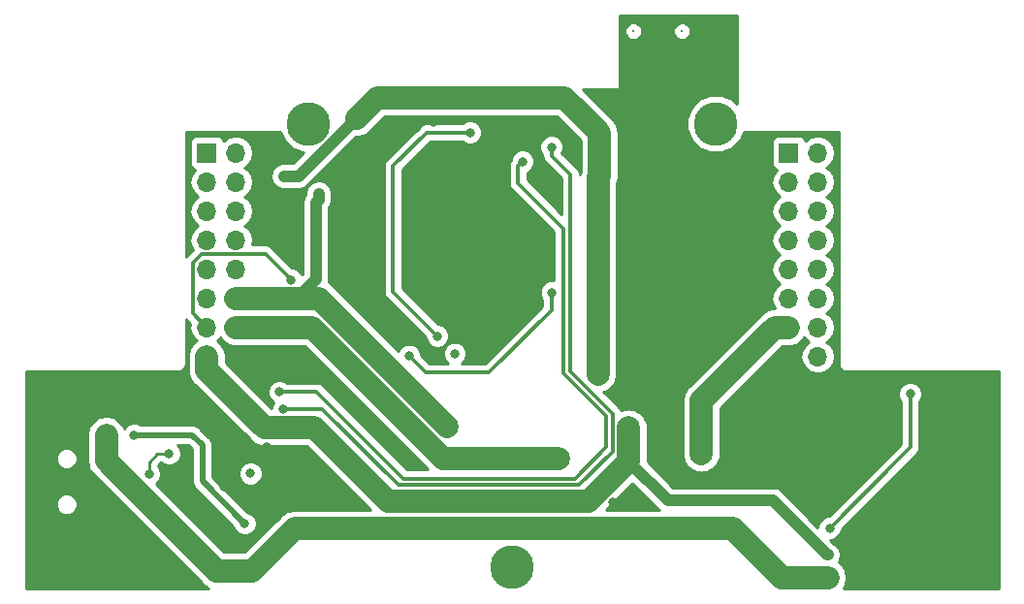
<source format=gbr>
G04 #@! TF.GenerationSoftware,KiCad,Pcbnew,(5.0.2)-1*
G04 #@! TF.CreationDate,2019-10-04T12:36:52+03:00*
G04 #@! TF.ProjectId,esp32d,65737033-3264-42e6-9b69-6361645f7063,rev?*
G04 #@! TF.SameCoordinates,Original*
G04 #@! TF.FileFunction,Copper,L2,Bot*
G04 #@! TF.FilePolarity,Positive*
%FSLAX46Y46*%
G04 Gerber Fmt 4.6, Leading zero omitted, Abs format (unit mm)*
G04 Created by KiCad (PCBNEW (5.0.2)-1) date 04.10.2019 12:36:52*
%MOMM*%
%LPD*%
G01*
G04 APERTURE LIST*
G04 #@! TA.AperFunction,ComponentPad*
%ADD10C,3.800000*%
G04 #@! TD*
G04 #@! TA.AperFunction,ComponentPad*
%ADD11C,0.250000*%
G04 #@! TD*
G04 #@! TA.AperFunction,ComponentPad*
%ADD12R,1.700000X1.700000*%
G04 #@! TD*
G04 #@! TA.AperFunction,ComponentPad*
%ADD13O,1.700000X1.700000*%
G04 #@! TD*
G04 #@! TA.AperFunction,ViaPad*
%ADD14C,0.800000*%
G04 #@! TD*
G04 #@! TA.AperFunction,ViaPad*
%ADD15C,2.000000*%
G04 #@! TD*
G04 #@! TA.AperFunction,Conductor*
%ADD16C,0.310000*%
G04 #@! TD*
G04 #@! TA.AperFunction,Conductor*
%ADD17C,0.254000*%
G04 #@! TD*
G04 #@! TA.AperFunction,Conductor*
%ADD18C,0.508000*%
G04 #@! TD*
G04 #@! TA.AperFunction,Conductor*
%ADD19C,1.000000*%
G04 #@! TD*
G04 #@! TA.AperFunction,Conductor*
%ADD20C,2.000000*%
G04 #@! TD*
G04 #@! TA.AperFunction,Conductor*
%ADD21C,0.250000*%
G04 #@! TD*
G04 APERTURE END LIST*
D10*
G04 #@! TO.P,H1,1*
G04 #@! TO.N,N/C*
X101600000Y-104775000D03*
G04 #@! TD*
G04 #@! TO.P,H2,1*
G04 #@! TO.N,N/C*
X137160000Y-104775000D03*
G04 #@! TD*
G04 #@! TO.P,H3,1*
G04 #@! TO.N,N/C*
X119380000Y-143510000D03*
G04 #@! TD*
D11*
G04 #@! TO.P,SW1,6*
G04 #@! TO.N,N/C*
X129955000Y-96704000D03*
G04 #@! TO.P,SW1,7*
X134205000Y-96704000D03*
G04 #@! TD*
D12*
G04 #@! TO.P,J2,1*
G04 #@! TO.N,VSPI_MOSI*
X143510000Y-107315000D03*
D13*
G04 #@! TO.P,J2,2*
G04 #@! TO.N,I2C_SCL*
X146050000Y-107315000D03*
G04 #@! TO.P,J2,3*
G04 #@! TO.N,IO1*
X143510000Y-109855000D03*
G04 #@! TO.P,J2,4*
G04 #@! TO.N,IO3*
X146050000Y-109855000D03*
G04 #@! TO.P,J2,5*
G04 #@! TO.N,I2C_SDA*
X143510000Y-112395000D03*
G04 #@! TO.P,J2,6*
G04 #@! TO.N,VSPI_MISO*
X146050000Y-112395000D03*
G04 #@! TO.P,J2,7*
G04 #@! TO.N,VSPI_CLK*
X143510000Y-114935000D03*
G04 #@! TO.P,J2,8*
G04 #@! TO.N,IO5*
X146050000Y-114935000D03*
G04 #@! TO.P,J2,9*
G04 #@! TO.N,IO17*
X143510000Y-117475000D03*
G04 #@! TO.P,J2,10*
G04 #@! TO.N,IO16*
X146050000Y-117475000D03*
G04 #@! TO.P,J2,11*
G04 #@! TO.N,IO4*
X143510000Y-120015000D03*
G04 #@! TO.P,J2,12*
G04 #@! TO.N,IO0*
X146050000Y-120015000D03*
G04 #@! TO.P,J2,13*
G04 #@! TO.N,+3.3V*
X143510000Y-122555000D03*
G04 #@! TO.P,J2,14*
G04 #@! TO.N,IO2*
X146050000Y-122555000D03*
G04 #@! TO.P,J2,15*
G04 #@! TO.N,GND*
X143510000Y-125095000D03*
G04 #@! TO.P,J2,16*
G04 #@! TO.N,EN*
X146050000Y-125095000D03*
G04 #@! TD*
D12*
G04 #@! TO.P,J1,1*
G04 #@! TO.N,I39*
X92710000Y-107315000D03*
D13*
G04 #@! TO.P,J1,2*
G04 #@! TO.N,I36*
X95250000Y-107315000D03*
G04 #@! TO.P,J1,3*
G04 #@! TO.N,IO33*
X92710000Y-109855000D03*
G04 #@! TO.P,J1,4*
G04 #@! TO.N,I34*
X95250000Y-109855000D03*
G04 #@! TO.P,J1,5*
G04 #@! TO.N,IO26*
X92710000Y-112395000D03*
G04 #@! TO.P,J1,6*
G04 #@! TO.N,IO32*
X95250000Y-112395000D03*
G04 #@! TO.P,J1,7*
G04 #@! TO.N,HSPI_CLK*
X92710000Y-114935000D03*
G04 #@! TO.P,J1,8*
G04 #@! TO.N,IO25*
X95250000Y-114935000D03*
G04 #@! TO.P,J1,9*
G04 #@! TO.N,HSPI_MOSI*
X92710000Y-117475000D03*
G04 #@! TO.P,J1,10*
G04 #@! TO.N,IO27*
X95250000Y-117475000D03*
G04 #@! TO.P,J1,11*
G04 #@! TO.N,IO15*
X92710000Y-120015000D03*
G04 #@! TO.P,J1,12*
G04 #@! TO.N,VBAT*
X95250000Y-120015000D03*
G04 #@! TO.P,J1,13*
G04 #@! TO.N,HSPI_MISO*
X92710000Y-122555000D03*
G04 #@! TO.P,J1,14*
G04 #@! TO.N,+3.3V*
X95250000Y-122555000D03*
G04 #@! TO.P,J1,15*
G04 #@! TO.N,EXT_5V*
X92710000Y-125095000D03*
G04 #@! TO.P,J1,16*
G04 #@! TO.N,GND*
X95250000Y-125095000D03*
G04 #@! TD*
D14*
G04 #@! TO.N,GND*
X138049000Y-97155000D03*
X111379000Y-110236000D03*
X111379000Y-108585000D03*
X115062000Y-110236000D03*
X113284000Y-110236000D03*
X115062000Y-108585000D03*
X115062000Y-112268000D03*
X108585000Y-120523000D03*
X131318000Y-129032000D03*
X133096000Y-135636000D03*
X154559000Y-137160000D03*
X100076000Y-135128000D03*
X97917000Y-132969000D03*
X99949000Y-133350000D03*
X112839500Y-124892000D03*
X96012000Y-141224000D03*
X130759000Y-100457000D03*
X94234000Y-136499500D03*
X99060000Y-134112000D03*
X128778000Y-103759000D03*
X159893000Y-135890000D03*
X100965000Y-110871000D03*
X146558000Y-129667000D03*
X108585000Y-104648000D03*
X112522000Y-104648000D03*
X108458000Y-107188000D03*
X116840000Y-114173000D03*
X120142000Y-105918000D03*
X111379000Y-112268000D03*
X148082000Y-135128000D03*
X103230872Y-135275128D03*
X128194878Y-137846878D03*
X134363279Y-126104006D03*
X91059000Y-130175000D03*
G04 #@! TO.N,EN*
X112839500Y-123317000D03*
X115697000Y-105537000D03*
G04 #@! TO.N,HSPI_MISO*
X100094669Y-118414990D03*
G04 #@! TO.N,IO0*
X122809000Y-119507000D03*
X110363000Y-125031500D03*
G04 #@! TO.N,IO3*
X120269000Y-108077000D03*
X99036010Y-128192667D03*
G04 #@! TO.N,IO1*
X122800000Y-106807000D03*
X99377500Y-129667000D03*
G04 #@! TO.N,EXT_5V*
X146923000Y-142433000D03*
X96012000Y-139700000D03*
D15*
X129540000Y-131318000D03*
D14*
X86360000Y-131953000D03*
G04 #@! TO.N,+3.3V*
X127000000Y-109347000D03*
X114363500Y-124866500D03*
X105791000Y-104267000D03*
X99441000Y-109347000D03*
X127000000Y-105537000D03*
D15*
X123444000Y-133985000D03*
D14*
X96520000Y-135318500D03*
D15*
X126873000Y-126619000D03*
X135890000Y-133604000D03*
D14*
X113347718Y-133985000D03*
G04 #@! TO.N,VBUS*
X147089000Y-140081000D03*
X154129173Y-128382444D03*
X83928000Y-131953000D03*
X146939000Y-144399000D03*
G04 #@! TO.N,USB_DP*
X89408000Y-133604000D03*
X87656267Y-135375616D03*
G04 #@! TO.N,VBAT*
X102489000Y-110871000D03*
D15*
X113665000Y-131191000D03*
G04 #@! TD*
D16*
G04 #@! TO.N,EN*
X115697000Y-105537000D02*
X111887000Y-105537000D01*
X111887000Y-105537000D02*
X108966000Y-108458000D01*
X108966000Y-119443500D02*
X112839500Y-123317000D01*
X108966000Y-116967000D02*
X108966000Y-119443500D01*
X108966000Y-108458000D02*
X108966000Y-116967000D01*
G04 #@! TO.N,HSPI_MISO*
X92258599Y-116142999D02*
X94361000Y-116142999D01*
X91504999Y-116896599D02*
X92258599Y-116142999D01*
X91504999Y-121349999D02*
X91504999Y-116896599D01*
X92710000Y-122555000D02*
X91504999Y-121349999D01*
X93909599Y-116142999D02*
X94361000Y-116142999D01*
X97822678Y-116142999D02*
X99694670Y-118014991D01*
X94361000Y-116142999D02*
X97822678Y-116142999D01*
X99694670Y-118014991D02*
X100094669Y-118414990D01*
G04 #@! TO.N,IO0*
X122809000Y-121031000D02*
X122809000Y-119507000D01*
X117348000Y-126492000D02*
X122809000Y-121031000D01*
X110363000Y-125031500D02*
X111823500Y-126492000D01*
X111823500Y-126492000D02*
X117348000Y-126492000D01*
G04 #@! TO.N,IO3*
X123825000Y-113919000D02*
X119888000Y-109982000D01*
X119888000Y-109982000D02*
X119888000Y-108458000D01*
X119888000Y-108458000D02*
X120269000Y-108077000D01*
X123825000Y-122047000D02*
X123825000Y-121539000D01*
X123825000Y-121539000D02*
X123825000Y-113919000D01*
X102284667Y-128192667D02*
X109855000Y-135763000D01*
X99036010Y-128192667D02*
X102284667Y-128192667D01*
X124841000Y-135763000D02*
X127571500Y-133032500D01*
X109855000Y-135763000D02*
X124841000Y-135763000D01*
X127571500Y-130302000D02*
X123825000Y-126555500D01*
X127571500Y-133032500D02*
X127571500Y-130302000D01*
X123825000Y-126555500D02*
X123825000Y-121539000D01*
G04 #@! TO.N,IO1*
X122800000Y-107567000D02*
X124206000Y-108973000D01*
X122800000Y-106807000D02*
X122800000Y-107567000D01*
X124460000Y-109227000D02*
X124206000Y-108973000D01*
X124460000Y-122682000D02*
X124460000Y-122301000D01*
X124460000Y-122301000D02*
X124460000Y-121793000D01*
X102743000Y-129667000D02*
X109410500Y-136334500D01*
X99377500Y-129667000D02*
X102743000Y-129667000D01*
X125222000Y-136334500D02*
X128143000Y-133413500D01*
X109410500Y-136334500D02*
X125222000Y-136334500D01*
X128143000Y-130111500D02*
X124460000Y-126428500D01*
X128143000Y-133413500D02*
X128143000Y-130111500D01*
D17*
X124460000Y-126428500D02*
X124460000Y-121793000D01*
D16*
X124460000Y-126428500D02*
X124460000Y-121285000D01*
X124460000Y-121793000D02*
X124460000Y-121285000D01*
X124460000Y-121285000D02*
X124460000Y-109227000D01*
D18*
G04 #@! TO.N,EXT_5V*
X91440000Y-131953000D02*
X86360000Y-131953000D01*
X92312999Y-132825999D02*
X91440000Y-131953000D01*
X96012000Y-139700000D02*
X92312999Y-136000999D01*
X92312999Y-136000999D02*
X92312999Y-132825999D01*
D19*
X146873000Y-142433000D02*
X146923000Y-142433000D01*
X142721999Y-138281999D02*
X146873000Y-142433000D01*
X146873000Y-142433000D02*
X142108000Y-137668000D01*
X129540000Y-134239000D02*
X132969000Y-137668000D01*
X142108000Y-137668000D02*
X132969000Y-137668000D01*
D20*
X92710000Y-125095000D02*
X92710000Y-126297081D01*
X92710000Y-126297081D02*
X97730919Y-131318000D01*
X97730919Y-131318000D02*
X102108000Y-131318000D01*
X102108000Y-131318000D02*
X108521500Y-137731500D01*
X126047500Y-137731500D02*
X129540000Y-134239000D01*
X121920000Y-137731500D02*
X126047500Y-137731500D01*
X108521500Y-137731500D02*
X121920000Y-137731500D01*
X121920000Y-137731500D02*
X123126500Y-137731500D01*
X129540000Y-131318000D02*
X129540000Y-134239000D01*
D19*
G04 #@! TO.N,+3.3V*
X105791000Y-104267000D02*
X100711000Y-109347000D01*
X100711000Y-109347000D02*
X99441000Y-109347000D01*
D20*
X123444000Y-133985000D02*
X123444000Y-133985000D01*
X126873000Y-109474000D02*
X127000000Y-109347000D01*
X126873000Y-126619000D02*
X126873000Y-109474000D01*
X127000000Y-109347000D02*
X127000000Y-105537000D01*
X127000000Y-105537000D02*
X124841000Y-103378000D01*
X105791000Y-104267000D02*
X107569000Y-102489000D01*
X123952000Y-102489000D02*
X127000000Y-105537000D01*
X107569000Y-102489000D02*
X123952000Y-102489000D01*
X113347718Y-133985000D02*
X113347718Y-133985000D01*
X101917718Y-122555000D02*
X113347718Y-133985000D01*
X95250000Y-122555000D02*
X101917718Y-122555000D01*
X114236500Y-133985000D02*
X123444000Y-133985000D01*
X142307919Y-122555000D02*
X143510000Y-122555000D01*
X135890000Y-128972919D02*
X142307919Y-122555000D01*
X135890000Y-133604000D02*
X135890000Y-128972919D01*
X113347718Y-133985000D02*
X114236500Y-133985000D01*
G04 #@! TO.N,VBUS*
X142875000Y-144399000D02*
X146939000Y-144399000D01*
X83928000Y-134203000D02*
X93552500Y-143827500D01*
X83928000Y-131953000D02*
X83928000Y-134203000D01*
X93552500Y-143827500D02*
X96694498Y-143827500D01*
X96694498Y-143827500D02*
X100377498Y-140144500D01*
X100377498Y-140144500D02*
X138620500Y-140144500D01*
X138620500Y-140144500D02*
X142875000Y-144399000D01*
D16*
X154129173Y-133040827D02*
X153162000Y-134008000D01*
X154129173Y-128382444D02*
X154129173Y-133040827D01*
X147089000Y-140081000D02*
X153162000Y-134008000D01*
D17*
G04 #@! TO.N,USB_DP*
X88392000Y-133604000D02*
X89408000Y-133604000D01*
D21*
X87656267Y-134339733D02*
X87656267Y-134809931D01*
X87656267Y-134809931D02*
X87656267Y-135375616D01*
X88392000Y-133604000D02*
X87656267Y-134339733D01*
D19*
G04 #@! TO.N,VBAT*
X102489000Y-111408500D02*
X102235000Y-111662500D01*
X102489000Y-110871000D02*
X102489000Y-111408500D01*
X102235000Y-111662500D02*
X102235000Y-118364000D01*
X100584000Y-120015000D02*
X102235000Y-118364000D01*
X95250000Y-120015000D02*
X100584000Y-120015000D01*
D20*
X102489000Y-120015000D02*
X111252000Y-128778000D01*
X95250000Y-120015000D02*
X102489000Y-120015000D01*
X111252000Y-128778000D02*
X113665000Y-131191000D01*
G04 #@! TD*
D17*
G04 #@! TO.N,GND*
G36*
X138990000Y-103019968D02*
X138595962Y-102625930D01*
X137664243Y-102240000D01*
X136655757Y-102240000D01*
X135724038Y-102625930D01*
X135010930Y-103339038D01*
X134625000Y-104270757D01*
X134625000Y-105279243D01*
X135010930Y-106210962D01*
X135724038Y-106924070D01*
X136655757Y-107310000D01*
X137664243Y-107310000D01*
X138595962Y-106924070D01*
X139309070Y-106210962D01*
X139611318Y-105481269D01*
X139700000Y-105498909D01*
X139769925Y-105485000D01*
X147880001Y-105485000D01*
X147880000Y-125660074D01*
X147866091Y-125730000D01*
X147921195Y-126007028D01*
X148078119Y-126241881D01*
X148312972Y-126398805D01*
X148462260Y-126428500D01*
X148590000Y-126453909D01*
X148659925Y-126440000D01*
X161850001Y-126440000D01*
X161850000Y-145340000D01*
X148276641Y-145340000D01*
X148479136Y-145036945D01*
X148606031Y-144399000D01*
X148479136Y-143761055D01*
X148117769Y-143220231D01*
X147871840Y-143055906D01*
X147992146Y-142875855D01*
X148080235Y-142433000D01*
X147992146Y-141990145D01*
X147741289Y-141614711D01*
X147495837Y-141450705D01*
X147161132Y-141116000D01*
X147294874Y-141116000D01*
X147675280Y-140958431D01*
X147966431Y-140667280D01*
X148124000Y-140286874D01*
X148124000Y-140163228D01*
X153775633Y-134511596D01*
X153775635Y-134511593D01*
X154632770Y-133654459D01*
X154698731Y-133610385D01*
X154778296Y-133491309D01*
X154873337Y-133349070D01*
X154898146Y-133224345D01*
X154919173Y-133118636D01*
X154919173Y-133118633D01*
X154934649Y-133040828D01*
X154919173Y-132963023D01*
X154919173Y-129056155D01*
X155006604Y-128968724D01*
X155164173Y-128588318D01*
X155164173Y-128176570D01*
X155006604Y-127796164D01*
X154715453Y-127505013D01*
X154335047Y-127347444D01*
X153923299Y-127347444D01*
X153542893Y-127505013D01*
X153251742Y-127796164D01*
X153094173Y-128176570D01*
X153094173Y-128588318D01*
X153251742Y-128968724D01*
X153339173Y-129056155D01*
X153339174Y-132713597D01*
X152658407Y-133394365D01*
X152658404Y-133394367D01*
X147006772Y-139046000D01*
X146883126Y-139046000D01*
X146502720Y-139203569D01*
X146211569Y-139494720D01*
X146054000Y-139875126D01*
X146054000Y-140008868D01*
X145622537Y-139577405D01*
X142989613Y-136944482D01*
X142926289Y-136849711D01*
X142550855Y-136598854D01*
X142219783Y-136533000D01*
X142108000Y-136510765D01*
X141996217Y-136533000D01*
X133439132Y-136533000D01*
X131196761Y-134290630D01*
X131207031Y-134239000D01*
X131175000Y-134077970D01*
X131175000Y-130992778D01*
X131112167Y-130841086D01*
X131080136Y-130680055D01*
X130988919Y-130543539D01*
X130926086Y-130391847D01*
X130809985Y-130275746D01*
X130718769Y-130139231D01*
X130582253Y-130048014D01*
X130466153Y-129931914D01*
X130314459Y-129869080D01*
X130177944Y-129777864D01*
X130016915Y-129745833D01*
X129865222Y-129683000D01*
X129701031Y-129683000D01*
X129540000Y-129650969D01*
X129378969Y-129683000D01*
X129214778Y-129683000D01*
X129063086Y-129745833D01*
X128902055Y-129777864D01*
X128880030Y-129792581D01*
X128712558Y-129541942D01*
X128646594Y-129497866D01*
X128121647Y-128972919D01*
X134222969Y-128972919D01*
X134255001Y-129133953D01*
X134255000Y-133278778D01*
X134255000Y-133929222D01*
X134317833Y-134080915D01*
X134349864Y-134241944D01*
X134441080Y-134378459D01*
X134503914Y-134530153D01*
X134620014Y-134646253D01*
X134711231Y-134782769D01*
X134847747Y-134873986D01*
X134963847Y-134990086D01*
X135115539Y-135052919D01*
X135252055Y-135144136D01*
X135413086Y-135176167D01*
X135564778Y-135239000D01*
X135728969Y-135239000D01*
X135890000Y-135271031D01*
X136051031Y-135239000D01*
X136215222Y-135239000D01*
X136366915Y-135176167D01*
X136527944Y-135144136D01*
X136664459Y-135052920D01*
X136816153Y-134990086D01*
X136932253Y-134873986D01*
X137068769Y-134782769D01*
X137159986Y-134646253D01*
X137276086Y-134530153D01*
X137338919Y-134378461D01*
X137430136Y-134241945D01*
X137462167Y-134080914D01*
X137525000Y-133929222D01*
X137525000Y-129650157D01*
X142985158Y-124190000D01*
X143671031Y-124190000D01*
X144147945Y-124095136D01*
X144688769Y-123733769D01*
X144870202Y-123462236D01*
X144979375Y-123625625D01*
X145277761Y-123825000D01*
X144979375Y-124024375D01*
X144651161Y-124515582D01*
X144535908Y-125095000D01*
X144651161Y-125674418D01*
X144979375Y-126165625D01*
X145470582Y-126493839D01*
X145903744Y-126580000D01*
X146196256Y-126580000D01*
X146629418Y-126493839D01*
X147120625Y-126165625D01*
X147448839Y-125674418D01*
X147564092Y-125095000D01*
X147448839Y-124515582D01*
X147120625Y-124024375D01*
X146822239Y-123825000D01*
X147120625Y-123625625D01*
X147448839Y-123134418D01*
X147564092Y-122555000D01*
X147448839Y-121975582D01*
X147120625Y-121484375D01*
X146822239Y-121285000D01*
X147120625Y-121085625D01*
X147448839Y-120594418D01*
X147564092Y-120015000D01*
X147448839Y-119435582D01*
X147120625Y-118944375D01*
X146822239Y-118745000D01*
X147120625Y-118545625D01*
X147448839Y-118054418D01*
X147564092Y-117475000D01*
X147448839Y-116895582D01*
X147120625Y-116404375D01*
X146822239Y-116205000D01*
X147120625Y-116005625D01*
X147448839Y-115514418D01*
X147564092Y-114935000D01*
X147448839Y-114355582D01*
X147120625Y-113864375D01*
X146822239Y-113665000D01*
X147120625Y-113465625D01*
X147448839Y-112974418D01*
X147564092Y-112395000D01*
X147448839Y-111815582D01*
X147120625Y-111324375D01*
X146822239Y-111125000D01*
X147120625Y-110925625D01*
X147448839Y-110434418D01*
X147564092Y-109855000D01*
X147448839Y-109275582D01*
X147120625Y-108784375D01*
X146822239Y-108585000D01*
X147120625Y-108385625D01*
X147448839Y-107894418D01*
X147564092Y-107315000D01*
X147448839Y-106735582D01*
X147120625Y-106244375D01*
X146629418Y-105916161D01*
X146196256Y-105830000D01*
X145903744Y-105830000D01*
X145470582Y-105916161D01*
X144979375Y-106244375D01*
X144967184Y-106262619D01*
X144958157Y-106217235D01*
X144817809Y-106007191D01*
X144607765Y-105866843D01*
X144360000Y-105817560D01*
X142660000Y-105817560D01*
X142412235Y-105866843D01*
X142202191Y-106007191D01*
X142061843Y-106217235D01*
X142012560Y-106465000D01*
X142012560Y-108165000D01*
X142061843Y-108412765D01*
X142202191Y-108622809D01*
X142412235Y-108763157D01*
X142457619Y-108772184D01*
X142439375Y-108784375D01*
X142111161Y-109275582D01*
X141995908Y-109855000D01*
X142111161Y-110434418D01*
X142439375Y-110925625D01*
X142737761Y-111125000D01*
X142439375Y-111324375D01*
X142111161Y-111815582D01*
X141995908Y-112395000D01*
X142111161Y-112974418D01*
X142439375Y-113465625D01*
X142737761Y-113665000D01*
X142439375Y-113864375D01*
X142111161Y-114355582D01*
X141995908Y-114935000D01*
X142111161Y-115514418D01*
X142439375Y-116005625D01*
X142737761Y-116205000D01*
X142439375Y-116404375D01*
X142111161Y-116895582D01*
X141995908Y-117475000D01*
X142111161Y-118054418D01*
X142439375Y-118545625D01*
X142737761Y-118745000D01*
X142439375Y-118944375D01*
X142111161Y-119435582D01*
X141995908Y-120015000D01*
X142111161Y-120594418D01*
X142307377Y-120888077D01*
X142146888Y-120920000D01*
X141669974Y-121014864D01*
X141129150Y-121376231D01*
X141037933Y-121512747D01*
X134847748Y-127702933D01*
X134711232Y-127794150D01*
X134403970Y-128254000D01*
X134349865Y-128334974D01*
X134222969Y-128972919D01*
X128121647Y-128972919D01*
X127342830Y-128194102D01*
X127349915Y-128191167D01*
X127510944Y-128159136D01*
X127647459Y-128067920D01*
X127799153Y-128005086D01*
X127915253Y-127888986D01*
X128051769Y-127797769D01*
X128142986Y-127661253D01*
X128259086Y-127545153D01*
X128321919Y-127393461D01*
X128413136Y-127256945D01*
X128445167Y-127095914D01*
X128508000Y-126944222D01*
X128508000Y-110033040D01*
X128540136Y-109984945D01*
X128635000Y-109508031D01*
X128635000Y-109508030D01*
X128667031Y-109347001D01*
X128635000Y-109185971D01*
X128635000Y-105698030D01*
X128667031Y-105537000D01*
X128626080Y-105331126D01*
X128540136Y-104899055D01*
X128178769Y-104358231D01*
X128042253Y-104267014D01*
X125502238Y-101727000D01*
X128651000Y-101727000D01*
X128699601Y-101717333D01*
X128740803Y-101689803D01*
X128768333Y-101648601D01*
X128778000Y-101600000D01*
X128778000Y-96552827D01*
X129195000Y-96552827D01*
X129195000Y-96855173D01*
X129310703Y-97134505D01*
X129524495Y-97348297D01*
X129803827Y-97464000D01*
X130106173Y-97464000D01*
X130385505Y-97348297D01*
X130599297Y-97134505D01*
X130715000Y-96855173D01*
X130715000Y-96552827D01*
X133445000Y-96552827D01*
X133445000Y-96855173D01*
X133560703Y-97134505D01*
X133774495Y-97348297D01*
X134053827Y-97464000D01*
X134356173Y-97464000D01*
X134635505Y-97348297D01*
X134849297Y-97134505D01*
X134965000Y-96855173D01*
X134965000Y-96552827D01*
X134849297Y-96273495D01*
X134635505Y-96059703D01*
X134356173Y-95944000D01*
X134053827Y-95944000D01*
X133774495Y-96059703D01*
X133560703Y-96273495D01*
X133445000Y-96552827D01*
X130715000Y-96552827D01*
X130599297Y-96273495D01*
X130385505Y-96059703D01*
X130106173Y-95944000D01*
X129803827Y-95944000D01*
X129524495Y-96059703D01*
X129310703Y-96273495D01*
X129195000Y-96552827D01*
X128778000Y-96552827D01*
X128778000Y-95325000D01*
X138990001Y-95325000D01*
X138990000Y-103019968D01*
X138990000Y-103019968D01*
G37*
X138990000Y-103019968D02*
X138595962Y-102625930D01*
X137664243Y-102240000D01*
X136655757Y-102240000D01*
X135724038Y-102625930D01*
X135010930Y-103339038D01*
X134625000Y-104270757D01*
X134625000Y-105279243D01*
X135010930Y-106210962D01*
X135724038Y-106924070D01*
X136655757Y-107310000D01*
X137664243Y-107310000D01*
X138595962Y-106924070D01*
X139309070Y-106210962D01*
X139611318Y-105481269D01*
X139700000Y-105498909D01*
X139769925Y-105485000D01*
X147880001Y-105485000D01*
X147880000Y-125660074D01*
X147866091Y-125730000D01*
X147921195Y-126007028D01*
X148078119Y-126241881D01*
X148312972Y-126398805D01*
X148462260Y-126428500D01*
X148590000Y-126453909D01*
X148659925Y-126440000D01*
X161850001Y-126440000D01*
X161850000Y-145340000D01*
X148276641Y-145340000D01*
X148479136Y-145036945D01*
X148606031Y-144399000D01*
X148479136Y-143761055D01*
X148117769Y-143220231D01*
X147871840Y-143055906D01*
X147992146Y-142875855D01*
X148080235Y-142433000D01*
X147992146Y-141990145D01*
X147741289Y-141614711D01*
X147495837Y-141450705D01*
X147161132Y-141116000D01*
X147294874Y-141116000D01*
X147675280Y-140958431D01*
X147966431Y-140667280D01*
X148124000Y-140286874D01*
X148124000Y-140163228D01*
X153775633Y-134511596D01*
X153775635Y-134511593D01*
X154632770Y-133654459D01*
X154698731Y-133610385D01*
X154778296Y-133491309D01*
X154873337Y-133349070D01*
X154898146Y-133224345D01*
X154919173Y-133118636D01*
X154919173Y-133118633D01*
X154934649Y-133040828D01*
X154919173Y-132963023D01*
X154919173Y-129056155D01*
X155006604Y-128968724D01*
X155164173Y-128588318D01*
X155164173Y-128176570D01*
X155006604Y-127796164D01*
X154715453Y-127505013D01*
X154335047Y-127347444D01*
X153923299Y-127347444D01*
X153542893Y-127505013D01*
X153251742Y-127796164D01*
X153094173Y-128176570D01*
X153094173Y-128588318D01*
X153251742Y-128968724D01*
X153339173Y-129056155D01*
X153339174Y-132713597D01*
X152658407Y-133394365D01*
X152658404Y-133394367D01*
X147006772Y-139046000D01*
X146883126Y-139046000D01*
X146502720Y-139203569D01*
X146211569Y-139494720D01*
X146054000Y-139875126D01*
X146054000Y-140008868D01*
X145622537Y-139577405D01*
X142989613Y-136944482D01*
X142926289Y-136849711D01*
X142550855Y-136598854D01*
X142219783Y-136533000D01*
X142108000Y-136510765D01*
X141996217Y-136533000D01*
X133439132Y-136533000D01*
X131196761Y-134290630D01*
X131207031Y-134239000D01*
X131175000Y-134077970D01*
X131175000Y-130992778D01*
X131112167Y-130841086D01*
X131080136Y-130680055D01*
X130988919Y-130543539D01*
X130926086Y-130391847D01*
X130809985Y-130275746D01*
X130718769Y-130139231D01*
X130582253Y-130048014D01*
X130466153Y-129931914D01*
X130314459Y-129869080D01*
X130177944Y-129777864D01*
X130016915Y-129745833D01*
X129865222Y-129683000D01*
X129701031Y-129683000D01*
X129540000Y-129650969D01*
X129378969Y-129683000D01*
X129214778Y-129683000D01*
X129063086Y-129745833D01*
X128902055Y-129777864D01*
X128880030Y-129792581D01*
X128712558Y-129541942D01*
X128646594Y-129497866D01*
X128121647Y-128972919D01*
X134222969Y-128972919D01*
X134255001Y-129133953D01*
X134255000Y-133278778D01*
X134255000Y-133929222D01*
X134317833Y-134080915D01*
X134349864Y-134241944D01*
X134441080Y-134378459D01*
X134503914Y-134530153D01*
X134620014Y-134646253D01*
X134711231Y-134782769D01*
X134847747Y-134873986D01*
X134963847Y-134990086D01*
X135115539Y-135052919D01*
X135252055Y-135144136D01*
X135413086Y-135176167D01*
X135564778Y-135239000D01*
X135728969Y-135239000D01*
X135890000Y-135271031D01*
X136051031Y-135239000D01*
X136215222Y-135239000D01*
X136366915Y-135176167D01*
X136527944Y-135144136D01*
X136664459Y-135052920D01*
X136816153Y-134990086D01*
X136932253Y-134873986D01*
X137068769Y-134782769D01*
X137159986Y-134646253D01*
X137276086Y-134530153D01*
X137338919Y-134378461D01*
X137430136Y-134241945D01*
X137462167Y-134080914D01*
X137525000Y-133929222D01*
X137525000Y-129650157D01*
X142985158Y-124190000D01*
X143671031Y-124190000D01*
X144147945Y-124095136D01*
X144688769Y-123733769D01*
X144870202Y-123462236D01*
X144979375Y-123625625D01*
X145277761Y-123825000D01*
X144979375Y-124024375D01*
X144651161Y-124515582D01*
X144535908Y-125095000D01*
X144651161Y-125674418D01*
X144979375Y-126165625D01*
X145470582Y-126493839D01*
X145903744Y-126580000D01*
X146196256Y-126580000D01*
X146629418Y-126493839D01*
X147120625Y-126165625D01*
X147448839Y-125674418D01*
X147564092Y-125095000D01*
X147448839Y-124515582D01*
X147120625Y-124024375D01*
X146822239Y-123825000D01*
X147120625Y-123625625D01*
X147448839Y-123134418D01*
X147564092Y-122555000D01*
X147448839Y-121975582D01*
X147120625Y-121484375D01*
X146822239Y-121285000D01*
X147120625Y-121085625D01*
X147448839Y-120594418D01*
X147564092Y-120015000D01*
X147448839Y-119435582D01*
X147120625Y-118944375D01*
X146822239Y-118745000D01*
X147120625Y-118545625D01*
X147448839Y-118054418D01*
X147564092Y-117475000D01*
X147448839Y-116895582D01*
X147120625Y-116404375D01*
X146822239Y-116205000D01*
X147120625Y-116005625D01*
X147448839Y-115514418D01*
X147564092Y-114935000D01*
X147448839Y-114355582D01*
X147120625Y-113864375D01*
X146822239Y-113665000D01*
X147120625Y-113465625D01*
X147448839Y-112974418D01*
X147564092Y-112395000D01*
X147448839Y-111815582D01*
X147120625Y-111324375D01*
X146822239Y-111125000D01*
X147120625Y-110925625D01*
X147448839Y-110434418D01*
X147564092Y-109855000D01*
X147448839Y-109275582D01*
X147120625Y-108784375D01*
X146822239Y-108585000D01*
X147120625Y-108385625D01*
X147448839Y-107894418D01*
X147564092Y-107315000D01*
X147448839Y-106735582D01*
X147120625Y-106244375D01*
X146629418Y-105916161D01*
X146196256Y-105830000D01*
X145903744Y-105830000D01*
X145470582Y-105916161D01*
X144979375Y-106244375D01*
X144967184Y-106262619D01*
X144958157Y-106217235D01*
X144817809Y-106007191D01*
X144607765Y-105866843D01*
X144360000Y-105817560D01*
X142660000Y-105817560D01*
X142412235Y-105866843D01*
X142202191Y-106007191D01*
X142061843Y-106217235D01*
X142012560Y-106465000D01*
X142012560Y-108165000D01*
X142061843Y-108412765D01*
X142202191Y-108622809D01*
X142412235Y-108763157D01*
X142457619Y-108772184D01*
X142439375Y-108784375D01*
X142111161Y-109275582D01*
X141995908Y-109855000D01*
X142111161Y-110434418D01*
X142439375Y-110925625D01*
X142737761Y-111125000D01*
X142439375Y-111324375D01*
X142111161Y-111815582D01*
X141995908Y-112395000D01*
X142111161Y-112974418D01*
X142439375Y-113465625D01*
X142737761Y-113665000D01*
X142439375Y-113864375D01*
X142111161Y-114355582D01*
X141995908Y-114935000D01*
X142111161Y-115514418D01*
X142439375Y-116005625D01*
X142737761Y-116205000D01*
X142439375Y-116404375D01*
X142111161Y-116895582D01*
X141995908Y-117475000D01*
X142111161Y-118054418D01*
X142439375Y-118545625D01*
X142737761Y-118745000D01*
X142439375Y-118944375D01*
X142111161Y-119435582D01*
X141995908Y-120015000D01*
X142111161Y-120594418D01*
X142307377Y-120888077D01*
X142146888Y-120920000D01*
X141669974Y-121014864D01*
X141129150Y-121376231D01*
X141037933Y-121512747D01*
X134847748Y-127702933D01*
X134711232Y-127794150D01*
X134403970Y-128254000D01*
X134349865Y-128334974D01*
X134222969Y-128972919D01*
X128121647Y-128972919D01*
X127342830Y-128194102D01*
X127349915Y-128191167D01*
X127510944Y-128159136D01*
X127647459Y-128067920D01*
X127799153Y-128005086D01*
X127915253Y-127888986D01*
X128051769Y-127797769D01*
X128142986Y-127661253D01*
X128259086Y-127545153D01*
X128321919Y-127393461D01*
X128413136Y-127256945D01*
X128445167Y-127095914D01*
X128508000Y-126944222D01*
X128508000Y-110033040D01*
X128540136Y-109984945D01*
X128635000Y-109508031D01*
X128635000Y-109508030D01*
X128667031Y-109347001D01*
X128635000Y-109185971D01*
X128635000Y-105698030D01*
X128667031Y-105537000D01*
X128626080Y-105331126D01*
X128540136Y-104899055D01*
X128178769Y-104358231D01*
X128042253Y-104267014D01*
X125502238Y-101727000D01*
X128651000Y-101727000D01*
X128699601Y-101717333D01*
X128740803Y-101689803D01*
X128768333Y-101648601D01*
X128778000Y-101600000D01*
X128778000Y-96552827D01*
X129195000Y-96552827D01*
X129195000Y-96855173D01*
X129310703Y-97134505D01*
X129524495Y-97348297D01*
X129803827Y-97464000D01*
X130106173Y-97464000D01*
X130385505Y-97348297D01*
X130599297Y-97134505D01*
X130715000Y-96855173D01*
X130715000Y-96552827D01*
X133445000Y-96552827D01*
X133445000Y-96855173D01*
X133560703Y-97134505D01*
X133774495Y-97348297D01*
X134053827Y-97464000D01*
X134356173Y-97464000D01*
X134635505Y-97348297D01*
X134849297Y-97134505D01*
X134965000Y-96855173D01*
X134965000Y-96552827D01*
X134849297Y-96273495D01*
X134635505Y-96059703D01*
X134356173Y-95944000D01*
X134053827Y-95944000D01*
X133774495Y-96059703D01*
X133560703Y-96273495D01*
X133445000Y-96552827D01*
X130715000Y-96552827D01*
X130599297Y-96273495D01*
X130385505Y-96059703D01*
X130106173Y-95944000D01*
X129803827Y-95944000D01*
X129524495Y-96059703D01*
X129310703Y-96273495D01*
X129195000Y-96552827D01*
X128778000Y-96552827D01*
X128778000Y-95325000D01*
X138990001Y-95325000D01*
X138990000Y-103019968D01*
G36*
X90935441Y-121919557D02*
X91001405Y-121963633D01*
X91261752Y-122223980D01*
X91195908Y-122555000D01*
X91311161Y-123134418D01*
X91639375Y-123625625D01*
X91802764Y-123734798D01*
X91531231Y-123916231D01*
X91169864Y-124457056D01*
X91075000Y-124933970D01*
X91075000Y-126136051D01*
X91042969Y-126297081D01*
X91075000Y-126458111D01*
X91075000Y-126458112D01*
X91169864Y-126935026D01*
X91531232Y-127475850D01*
X91667748Y-127567067D01*
X96460933Y-132360253D01*
X96552150Y-132496769D01*
X96705021Y-132598914D01*
X97092973Y-132858136D01*
X97730919Y-132985031D01*
X97891950Y-132953000D01*
X101430762Y-132953000D01*
X106987261Y-138509500D01*
X100538529Y-138509500D01*
X100377498Y-138477469D01*
X99739552Y-138604364D01*
X99335244Y-138874514D01*
X99335243Y-138874515D01*
X99198729Y-138965731D01*
X99107514Y-139102245D01*
X96017260Y-142192500D01*
X94229739Y-142192500D01*
X88266416Y-136229178D01*
X88533698Y-135961896D01*
X88691267Y-135581490D01*
X88691267Y-135169742D01*
X88533698Y-134789336D01*
X88416267Y-134671905D01*
X88416267Y-134654534D01*
X88704802Y-134366000D01*
X88706289Y-134366000D01*
X88821720Y-134481431D01*
X89202126Y-134639000D01*
X89613874Y-134639000D01*
X89994280Y-134481431D01*
X90285431Y-134190280D01*
X90443000Y-133809874D01*
X90443000Y-133398126D01*
X90285431Y-133017720D01*
X90109711Y-132842000D01*
X91071765Y-132842000D01*
X91424000Y-133194236D01*
X91423999Y-135913444D01*
X91406583Y-136000999D01*
X91423999Y-136088554D01*
X91475580Y-136347868D01*
X91672066Y-136641932D01*
X91746295Y-136691530D01*
X94988570Y-139933805D01*
X95134569Y-140286280D01*
X95425720Y-140577431D01*
X95806126Y-140735000D01*
X96217874Y-140735000D01*
X96598280Y-140577431D01*
X96889431Y-140286280D01*
X97047000Y-139905874D01*
X97047000Y-139494126D01*
X96889431Y-139113720D01*
X96598280Y-138822569D01*
X96245805Y-138676570D01*
X93201999Y-135632764D01*
X93201999Y-135112626D01*
X95485000Y-135112626D01*
X95485000Y-135524374D01*
X95642569Y-135904780D01*
X95933720Y-136195931D01*
X96314126Y-136353500D01*
X96725874Y-136353500D01*
X97106280Y-136195931D01*
X97397431Y-135904780D01*
X97555000Y-135524374D01*
X97555000Y-135112626D01*
X97397431Y-134732220D01*
X97106280Y-134441069D01*
X96725874Y-134283500D01*
X96314126Y-134283500D01*
X95933720Y-134441069D01*
X95642569Y-134732220D01*
X95485000Y-135112626D01*
X93201999Y-135112626D01*
X93201999Y-132913553D01*
X93219415Y-132825998D01*
X93194126Y-132698865D01*
X93150418Y-132479129D01*
X92953932Y-132185066D01*
X92879705Y-132135470D01*
X92130531Y-131386296D01*
X92080933Y-131312067D01*
X91786870Y-131115581D01*
X91527556Y-131064000D01*
X91527555Y-131064000D01*
X91440000Y-131046584D01*
X91352445Y-131064000D01*
X86918350Y-131064000D01*
X86565874Y-130918000D01*
X86154126Y-130918000D01*
X85773720Y-131075569D01*
X85482569Y-131366720D01*
X85479761Y-131373499D01*
X85468136Y-131315055D01*
X85106769Y-130774231D01*
X84565944Y-130412864D01*
X83928000Y-130285969D01*
X83290055Y-130412864D01*
X82749231Y-130774231D01*
X82387864Y-131315056D01*
X82293000Y-131791970D01*
X82293001Y-134041966D01*
X82260969Y-134203000D01*
X82356220Y-134681854D01*
X82387865Y-134840945D01*
X82749232Y-135381769D01*
X82885748Y-135472986D01*
X92282514Y-144869753D01*
X92373731Y-145006269D01*
X92873195Y-145340000D01*
X76910000Y-145340000D01*
X76910000Y-137831017D01*
X79525500Y-137831017D01*
X79525500Y-138202983D01*
X79667845Y-138546635D01*
X79930865Y-138809655D01*
X80274517Y-138952000D01*
X80646483Y-138952000D01*
X80990135Y-138809655D01*
X81253155Y-138546635D01*
X81395500Y-138202983D01*
X81395500Y-137831017D01*
X81253155Y-137487365D01*
X80990135Y-137224345D01*
X80646483Y-137082000D01*
X80274517Y-137082000D01*
X79930865Y-137224345D01*
X79667845Y-137487365D01*
X79525500Y-137831017D01*
X76910000Y-137831017D01*
X76910000Y-133831017D01*
X79525500Y-133831017D01*
X79525500Y-134202983D01*
X79667845Y-134546635D01*
X79930865Y-134809655D01*
X80274517Y-134952000D01*
X80646483Y-134952000D01*
X80990135Y-134809655D01*
X81253155Y-134546635D01*
X81395500Y-134202983D01*
X81395500Y-133831017D01*
X81253155Y-133487365D01*
X80990135Y-133224345D01*
X80646483Y-133082000D01*
X80274517Y-133082000D01*
X79930865Y-133224345D01*
X79667845Y-133487365D01*
X79525500Y-133831017D01*
X76910000Y-133831017D01*
X76910000Y-126440000D01*
X90100074Y-126440000D01*
X90170000Y-126453909D01*
X90239925Y-126440000D01*
X90239926Y-126440000D01*
X90447028Y-126398805D01*
X90681881Y-126241881D01*
X90838805Y-126007028D01*
X90893909Y-125730000D01*
X90880000Y-125660074D01*
X90880000Y-121836584D01*
X90935441Y-121919557D01*
X90935441Y-121919557D01*
G37*
X90935441Y-121919557D02*
X91001405Y-121963633D01*
X91261752Y-122223980D01*
X91195908Y-122555000D01*
X91311161Y-123134418D01*
X91639375Y-123625625D01*
X91802764Y-123734798D01*
X91531231Y-123916231D01*
X91169864Y-124457056D01*
X91075000Y-124933970D01*
X91075000Y-126136051D01*
X91042969Y-126297081D01*
X91075000Y-126458111D01*
X91075000Y-126458112D01*
X91169864Y-126935026D01*
X91531232Y-127475850D01*
X91667748Y-127567067D01*
X96460933Y-132360253D01*
X96552150Y-132496769D01*
X96705021Y-132598914D01*
X97092973Y-132858136D01*
X97730919Y-132985031D01*
X97891950Y-132953000D01*
X101430762Y-132953000D01*
X106987261Y-138509500D01*
X100538529Y-138509500D01*
X100377498Y-138477469D01*
X99739552Y-138604364D01*
X99335244Y-138874514D01*
X99335243Y-138874515D01*
X99198729Y-138965731D01*
X99107514Y-139102245D01*
X96017260Y-142192500D01*
X94229739Y-142192500D01*
X88266416Y-136229178D01*
X88533698Y-135961896D01*
X88691267Y-135581490D01*
X88691267Y-135169742D01*
X88533698Y-134789336D01*
X88416267Y-134671905D01*
X88416267Y-134654534D01*
X88704802Y-134366000D01*
X88706289Y-134366000D01*
X88821720Y-134481431D01*
X89202126Y-134639000D01*
X89613874Y-134639000D01*
X89994280Y-134481431D01*
X90285431Y-134190280D01*
X90443000Y-133809874D01*
X90443000Y-133398126D01*
X90285431Y-133017720D01*
X90109711Y-132842000D01*
X91071765Y-132842000D01*
X91424000Y-133194236D01*
X91423999Y-135913444D01*
X91406583Y-136000999D01*
X91423999Y-136088554D01*
X91475580Y-136347868D01*
X91672066Y-136641932D01*
X91746295Y-136691530D01*
X94988570Y-139933805D01*
X95134569Y-140286280D01*
X95425720Y-140577431D01*
X95806126Y-140735000D01*
X96217874Y-140735000D01*
X96598280Y-140577431D01*
X96889431Y-140286280D01*
X97047000Y-139905874D01*
X97047000Y-139494126D01*
X96889431Y-139113720D01*
X96598280Y-138822569D01*
X96245805Y-138676570D01*
X93201999Y-135632764D01*
X93201999Y-135112626D01*
X95485000Y-135112626D01*
X95485000Y-135524374D01*
X95642569Y-135904780D01*
X95933720Y-136195931D01*
X96314126Y-136353500D01*
X96725874Y-136353500D01*
X97106280Y-136195931D01*
X97397431Y-135904780D01*
X97555000Y-135524374D01*
X97555000Y-135112626D01*
X97397431Y-134732220D01*
X97106280Y-134441069D01*
X96725874Y-134283500D01*
X96314126Y-134283500D01*
X95933720Y-134441069D01*
X95642569Y-134732220D01*
X95485000Y-135112626D01*
X93201999Y-135112626D01*
X93201999Y-132913553D01*
X93219415Y-132825998D01*
X93194126Y-132698865D01*
X93150418Y-132479129D01*
X92953932Y-132185066D01*
X92879705Y-132135470D01*
X92130531Y-131386296D01*
X92080933Y-131312067D01*
X91786870Y-131115581D01*
X91527556Y-131064000D01*
X91527555Y-131064000D01*
X91440000Y-131046584D01*
X91352445Y-131064000D01*
X86918350Y-131064000D01*
X86565874Y-130918000D01*
X86154126Y-130918000D01*
X85773720Y-131075569D01*
X85482569Y-131366720D01*
X85479761Y-131373499D01*
X85468136Y-131315055D01*
X85106769Y-130774231D01*
X84565944Y-130412864D01*
X83928000Y-130285969D01*
X83290055Y-130412864D01*
X82749231Y-130774231D01*
X82387864Y-131315056D01*
X82293000Y-131791970D01*
X82293001Y-134041966D01*
X82260969Y-134203000D01*
X82356220Y-134681854D01*
X82387865Y-134840945D01*
X82749232Y-135381769D01*
X82885748Y-135472986D01*
X92282514Y-144869753D01*
X92373731Y-145006269D01*
X92873195Y-145340000D01*
X76910000Y-145340000D01*
X76910000Y-137831017D01*
X79525500Y-137831017D01*
X79525500Y-138202983D01*
X79667845Y-138546635D01*
X79930865Y-138809655D01*
X80274517Y-138952000D01*
X80646483Y-138952000D01*
X80990135Y-138809655D01*
X81253155Y-138546635D01*
X81395500Y-138202983D01*
X81395500Y-137831017D01*
X81253155Y-137487365D01*
X80990135Y-137224345D01*
X80646483Y-137082000D01*
X80274517Y-137082000D01*
X79930865Y-137224345D01*
X79667845Y-137487365D01*
X79525500Y-137831017D01*
X76910000Y-137831017D01*
X76910000Y-133831017D01*
X79525500Y-133831017D01*
X79525500Y-134202983D01*
X79667845Y-134546635D01*
X79930865Y-134809655D01*
X80274517Y-134952000D01*
X80646483Y-134952000D01*
X80990135Y-134809655D01*
X81253155Y-134546635D01*
X81395500Y-134202983D01*
X81395500Y-133831017D01*
X81253155Y-133487365D01*
X80990135Y-133224345D01*
X80646483Y-133082000D01*
X80274517Y-133082000D01*
X79930865Y-133224345D01*
X79667845Y-133487365D01*
X79525500Y-133831017D01*
X76910000Y-133831017D01*
X76910000Y-126440000D01*
X90100074Y-126440000D01*
X90170000Y-126453909D01*
X90239925Y-126440000D01*
X90239926Y-126440000D01*
X90447028Y-126398805D01*
X90681881Y-126241881D01*
X90838805Y-126007028D01*
X90893909Y-125730000D01*
X90880000Y-125660074D01*
X90880000Y-121836584D01*
X90935441Y-121919557D01*
G36*
X132087389Y-138391521D02*
X132150711Y-138486289D01*
X132185449Y-138509500D01*
X127581738Y-138509500D01*
X129893554Y-136197685D01*
X132087389Y-138391521D01*
X132087389Y-138391521D01*
G37*
X132087389Y-138391521D02*
X132150711Y-138486289D01*
X132185449Y-138509500D01*
X127581738Y-138509500D01*
X129893554Y-136197685D01*
X132087389Y-138391521D01*
G36*
X94071231Y-123733769D02*
X94612055Y-124095136D01*
X95088969Y-124190000D01*
X101240480Y-124190000D01*
X112023479Y-134973000D01*
X110182228Y-134973000D01*
X102898301Y-127689073D01*
X102854225Y-127623109D01*
X102592910Y-127448503D01*
X102362476Y-127402667D01*
X102362472Y-127402667D01*
X102284667Y-127387191D01*
X102206862Y-127402667D01*
X99709721Y-127402667D01*
X99622290Y-127315236D01*
X99241884Y-127157667D01*
X98830136Y-127157667D01*
X98449730Y-127315236D01*
X98158579Y-127606387D01*
X98001010Y-127986793D01*
X98001010Y-128398541D01*
X98158579Y-128778947D01*
X98449730Y-129070098D01*
X98496452Y-129089451D01*
X98342500Y-129461126D01*
X98342500Y-129617342D01*
X94345000Y-125619843D01*
X94345000Y-124933969D01*
X94250136Y-124457055D01*
X93888769Y-123916231D01*
X93617235Y-123734798D01*
X93780625Y-123625625D01*
X93889798Y-123462236D01*
X94071231Y-123733769D01*
X94071231Y-123733769D01*
G37*
X94071231Y-123733769D02*
X94612055Y-124095136D01*
X95088969Y-124190000D01*
X101240480Y-124190000D01*
X112023479Y-134973000D01*
X110182228Y-134973000D01*
X102898301Y-127689073D01*
X102854225Y-127623109D01*
X102592910Y-127448503D01*
X102362476Y-127402667D01*
X102362472Y-127402667D01*
X102284667Y-127387191D01*
X102206862Y-127402667D01*
X99709721Y-127402667D01*
X99622290Y-127315236D01*
X99241884Y-127157667D01*
X98830136Y-127157667D01*
X98449730Y-127315236D01*
X98158579Y-127606387D01*
X98001010Y-127986793D01*
X98001010Y-128398541D01*
X98158579Y-128778947D01*
X98449730Y-129070098D01*
X98496452Y-129089451D01*
X98342500Y-129461126D01*
X98342500Y-129617342D01*
X94345000Y-125619843D01*
X94345000Y-124933969D01*
X94250136Y-124457055D01*
X93888769Y-123916231D01*
X93617235Y-123734798D01*
X93780625Y-123625625D01*
X93889798Y-123462236D01*
X94071231Y-123733769D01*
G36*
X124893635Y-105742874D02*
X125365001Y-106214240D01*
X125365000Y-108787961D01*
X125332865Y-108836055D01*
X125260288Y-109200919D01*
X125250000Y-109149196D01*
X125250000Y-109149191D01*
X125204164Y-108918757D01*
X125029558Y-108657442D01*
X124963594Y-108613366D01*
X124819635Y-108469407D01*
X124819633Y-108469404D01*
X123696785Y-107346556D01*
X123835000Y-107012874D01*
X123835000Y-106601126D01*
X123677431Y-106220720D01*
X123386280Y-105929569D01*
X123005874Y-105772000D01*
X122594126Y-105772000D01*
X122213720Y-105929569D01*
X121922569Y-106220720D01*
X121765000Y-106601126D01*
X121765000Y-107012874D01*
X121922569Y-107393280D01*
X122010000Y-107480711D01*
X122010000Y-107489195D01*
X121994524Y-107567000D01*
X122010000Y-107644805D01*
X122010000Y-107644809D01*
X122023731Y-107713836D01*
X122055836Y-107875242D01*
X122186367Y-108070595D01*
X122186369Y-108070597D01*
X122230443Y-108136558D01*
X122296404Y-108180632D01*
X123670001Y-109554230D01*
X123670001Y-112646773D01*
X120678000Y-109654772D01*
X120678000Y-109027863D01*
X120855280Y-108954431D01*
X121146431Y-108663280D01*
X121304000Y-108282874D01*
X121304000Y-107871126D01*
X121146431Y-107490720D01*
X120855280Y-107199569D01*
X120474874Y-107042000D01*
X120063126Y-107042000D01*
X119682720Y-107199569D01*
X119391569Y-107490720D01*
X119234000Y-107871126D01*
X119234000Y-108014818D01*
X119143836Y-108149758D01*
X119082524Y-108458000D01*
X119098001Y-108535809D01*
X119098000Y-109904195D01*
X119082524Y-109982000D01*
X119098000Y-110059805D01*
X119098000Y-110059808D01*
X119143836Y-110290242D01*
X119318442Y-110551558D01*
X119384406Y-110595634D01*
X123035001Y-114246229D01*
X123035000Y-118480337D01*
X123014874Y-118472000D01*
X122603126Y-118472000D01*
X122222720Y-118629569D01*
X121931569Y-118920720D01*
X121774000Y-119301126D01*
X121774000Y-119712874D01*
X121931569Y-120093280D01*
X122019001Y-120180712D01*
X122019000Y-120703771D01*
X117020772Y-125702000D01*
X114991711Y-125702000D01*
X115240931Y-125452780D01*
X115398500Y-125072374D01*
X115398500Y-124660626D01*
X115240931Y-124280220D01*
X114949780Y-123989069D01*
X114569374Y-123831500D01*
X114157626Y-123831500D01*
X113777220Y-123989069D01*
X113486069Y-124280220D01*
X113328500Y-124660626D01*
X113328500Y-125072374D01*
X113486069Y-125452780D01*
X113735289Y-125702000D01*
X112150729Y-125702000D01*
X111398000Y-124949272D01*
X111398000Y-124825626D01*
X111240431Y-124445220D01*
X110949280Y-124154069D01*
X110568874Y-123996500D01*
X110157126Y-123996500D01*
X109776720Y-124154069D01*
X109485569Y-124445220D01*
X109411142Y-124624903D01*
X103758988Y-118972750D01*
X103667769Y-118836231D01*
X103341647Y-118618323D01*
X103370000Y-118475783D01*
X103392235Y-118364000D01*
X103370000Y-118252217D01*
X103370000Y-112132935D01*
X103558146Y-111851354D01*
X103624000Y-111520282D01*
X103646235Y-111408501D01*
X103624000Y-111296719D01*
X103624000Y-110759217D01*
X103558146Y-110428145D01*
X103307289Y-110052711D01*
X102931854Y-109801854D01*
X102489000Y-109713765D01*
X102046145Y-109801854D01*
X101670711Y-110052711D01*
X101419854Y-110428146D01*
X101354000Y-110759218D01*
X101354000Y-110938065D01*
X101218383Y-111141031D01*
X101165854Y-111219646D01*
X101077765Y-111662500D01*
X101100000Y-111774283D01*
X101100001Y-117893867D01*
X101028645Y-117965222D01*
X100972100Y-117828710D01*
X100680949Y-117537559D01*
X100300543Y-117379990D01*
X100176898Y-117379990D01*
X98436312Y-115639405D01*
X98392236Y-115573441D01*
X98130921Y-115398835D01*
X97900487Y-115352999D01*
X97900483Y-115352999D01*
X97822678Y-115337523D01*
X97744873Y-115352999D01*
X96680947Y-115352999D01*
X96764092Y-114935000D01*
X96648839Y-114355582D01*
X96320625Y-113864375D01*
X96022239Y-113665000D01*
X96320625Y-113465625D01*
X96648839Y-112974418D01*
X96764092Y-112395000D01*
X96648839Y-111815582D01*
X96320625Y-111324375D01*
X96022239Y-111125000D01*
X96320625Y-110925625D01*
X96648839Y-110434418D01*
X96764092Y-109855000D01*
X96648839Y-109275582D01*
X96320625Y-108784375D01*
X96022239Y-108585000D01*
X96320625Y-108385625D01*
X96648839Y-107894418D01*
X96764092Y-107315000D01*
X96648839Y-106735582D01*
X96320625Y-106244375D01*
X95829418Y-105916161D01*
X95396256Y-105830000D01*
X95103744Y-105830000D01*
X94670582Y-105916161D01*
X94179375Y-106244375D01*
X94167184Y-106262619D01*
X94158157Y-106217235D01*
X94017809Y-106007191D01*
X93807765Y-105866843D01*
X93560000Y-105817560D01*
X91860000Y-105817560D01*
X91612235Y-105866843D01*
X91402191Y-106007191D01*
X91261843Y-106217235D01*
X91212560Y-106465000D01*
X91212560Y-108165000D01*
X91261843Y-108412765D01*
X91402191Y-108622809D01*
X91612235Y-108763157D01*
X91657619Y-108772184D01*
X91639375Y-108784375D01*
X91311161Y-109275582D01*
X91195908Y-109855000D01*
X91311161Y-110434418D01*
X91639375Y-110925625D01*
X91937761Y-111125000D01*
X91639375Y-111324375D01*
X91311161Y-111815582D01*
X91195908Y-112395000D01*
X91311161Y-112974418D01*
X91639375Y-113465625D01*
X91937761Y-113665000D01*
X91639375Y-113864375D01*
X91311161Y-114355582D01*
X91195908Y-114935000D01*
X91311161Y-115514418D01*
X91494927Y-115789443D01*
X91001402Y-116282967D01*
X90935442Y-116327041D01*
X90891368Y-116393002D01*
X90891366Y-116393004D01*
X90880000Y-116410014D01*
X90880000Y-105485000D01*
X98990074Y-105485000D01*
X99060000Y-105498909D01*
X99129925Y-105485000D01*
X99129926Y-105485000D01*
X99148682Y-105481269D01*
X99450930Y-106210962D01*
X100164038Y-106924070D01*
X101095757Y-107310000D01*
X101142869Y-107310000D01*
X100240869Y-108212000D01*
X99329217Y-108212000D01*
X98998145Y-108277854D01*
X98622711Y-108528711D01*
X98371854Y-108904145D01*
X98283765Y-109347000D01*
X98371854Y-109789855D01*
X98622711Y-110165289D01*
X98998145Y-110416146D01*
X99329217Y-110482000D01*
X100599217Y-110482000D01*
X100711000Y-110504235D01*
X100822783Y-110482000D01*
X101153855Y-110416146D01*
X101529289Y-110165289D01*
X101592613Y-110070518D01*
X103205131Y-108458000D01*
X108160524Y-108458000D01*
X108176000Y-108535805D01*
X108176001Y-116889187D01*
X108176000Y-116889192D01*
X108176001Y-119365691D01*
X108160524Y-119443500D01*
X108221836Y-119751742D01*
X108352367Y-119947095D01*
X108352369Y-119947097D01*
X108396443Y-120013058D01*
X108462404Y-120057132D01*
X111804500Y-123399229D01*
X111804500Y-123522874D01*
X111962069Y-123903280D01*
X112253220Y-124194431D01*
X112633626Y-124352000D01*
X113045374Y-124352000D01*
X113425780Y-124194431D01*
X113716931Y-123903280D01*
X113874500Y-123522874D01*
X113874500Y-123111126D01*
X113716931Y-122730720D01*
X113425780Y-122439569D01*
X113045374Y-122282000D01*
X112921729Y-122282000D01*
X109756000Y-119116272D01*
X109756000Y-108785228D01*
X112214228Y-106327000D01*
X115023289Y-106327000D01*
X115110720Y-106414431D01*
X115491126Y-106572000D01*
X115902874Y-106572000D01*
X116283280Y-106414431D01*
X116574431Y-106123280D01*
X116732000Y-105742874D01*
X116732000Y-105331126D01*
X116574431Y-104950720D01*
X116283280Y-104659569D01*
X115902874Y-104502000D01*
X115491126Y-104502000D01*
X115110720Y-104659569D01*
X115023289Y-104747000D01*
X111964805Y-104747000D01*
X111887000Y-104731524D01*
X111809195Y-104747000D01*
X111809191Y-104747000D01*
X111578757Y-104792836D01*
X111317442Y-104967442D01*
X111273366Y-105033406D01*
X108462406Y-107844366D01*
X108396442Y-107888442D01*
X108221836Y-108149758D01*
X108176000Y-108380192D01*
X108176000Y-108380195D01*
X108160524Y-108458000D01*
X103205131Y-108458000D01*
X105739371Y-105923761D01*
X105791000Y-105934031D01*
X106428945Y-105807135D01*
X106833253Y-105536985D01*
X108246239Y-104124000D01*
X123274762Y-104124000D01*
X124893635Y-105742874D01*
X124893635Y-105742874D01*
G37*
X124893635Y-105742874D02*
X125365001Y-106214240D01*
X125365000Y-108787961D01*
X125332865Y-108836055D01*
X125260288Y-109200919D01*
X125250000Y-109149196D01*
X125250000Y-109149191D01*
X125204164Y-108918757D01*
X125029558Y-108657442D01*
X124963594Y-108613366D01*
X124819635Y-108469407D01*
X124819633Y-108469404D01*
X123696785Y-107346556D01*
X123835000Y-107012874D01*
X123835000Y-106601126D01*
X123677431Y-106220720D01*
X123386280Y-105929569D01*
X123005874Y-105772000D01*
X122594126Y-105772000D01*
X122213720Y-105929569D01*
X121922569Y-106220720D01*
X121765000Y-106601126D01*
X121765000Y-107012874D01*
X121922569Y-107393280D01*
X122010000Y-107480711D01*
X122010000Y-107489195D01*
X121994524Y-107567000D01*
X122010000Y-107644805D01*
X122010000Y-107644809D01*
X122023731Y-107713836D01*
X122055836Y-107875242D01*
X122186367Y-108070595D01*
X122186369Y-108070597D01*
X122230443Y-108136558D01*
X122296404Y-108180632D01*
X123670001Y-109554230D01*
X123670001Y-112646773D01*
X120678000Y-109654772D01*
X120678000Y-109027863D01*
X120855280Y-108954431D01*
X121146431Y-108663280D01*
X121304000Y-108282874D01*
X121304000Y-107871126D01*
X121146431Y-107490720D01*
X120855280Y-107199569D01*
X120474874Y-107042000D01*
X120063126Y-107042000D01*
X119682720Y-107199569D01*
X119391569Y-107490720D01*
X119234000Y-107871126D01*
X119234000Y-108014818D01*
X119143836Y-108149758D01*
X119082524Y-108458000D01*
X119098001Y-108535809D01*
X119098000Y-109904195D01*
X119082524Y-109982000D01*
X119098000Y-110059805D01*
X119098000Y-110059808D01*
X119143836Y-110290242D01*
X119318442Y-110551558D01*
X119384406Y-110595634D01*
X123035001Y-114246229D01*
X123035000Y-118480337D01*
X123014874Y-118472000D01*
X122603126Y-118472000D01*
X122222720Y-118629569D01*
X121931569Y-118920720D01*
X121774000Y-119301126D01*
X121774000Y-119712874D01*
X121931569Y-120093280D01*
X122019001Y-120180712D01*
X122019000Y-120703771D01*
X117020772Y-125702000D01*
X114991711Y-125702000D01*
X115240931Y-125452780D01*
X115398500Y-125072374D01*
X115398500Y-124660626D01*
X115240931Y-124280220D01*
X114949780Y-123989069D01*
X114569374Y-123831500D01*
X114157626Y-123831500D01*
X113777220Y-123989069D01*
X113486069Y-124280220D01*
X113328500Y-124660626D01*
X113328500Y-125072374D01*
X113486069Y-125452780D01*
X113735289Y-125702000D01*
X112150729Y-125702000D01*
X111398000Y-124949272D01*
X111398000Y-124825626D01*
X111240431Y-124445220D01*
X110949280Y-124154069D01*
X110568874Y-123996500D01*
X110157126Y-123996500D01*
X109776720Y-124154069D01*
X109485569Y-124445220D01*
X109411142Y-124624903D01*
X103758988Y-118972750D01*
X103667769Y-118836231D01*
X103341647Y-118618323D01*
X103370000Y-118475783D01*
X103392235Y-118364000D01*
X103370000Y-118252217D01*
X103370000Y-112132935D01*
X103558146Y-111851354D01*
X103624000Y-111520282D01*
X103646235Y-111408501D01*
X103624000Y-111296719D01*
X103624000Y-110759217D01*
X103558146Y-110428145D01*
X103307289Y-110052711D01*
X102931854Y-109801854D01*
X102489000Y-109713765D01*
X102046145Y-109801854D01*
X101670711Y-110052711D01*
X101419854Y-110428146D01*
X101354000Y-110759218D01*
X101354000Y-110938065D01*
X101218383Y-111141031D01*
X101165854Y-111219646D01*
X101077765Y-111662500D01*
X101100000Y-111774283D01*
X101100001Y-117893867D01*
X101028645Y-117965222D01*
X100972100Y-117828710D01*
X100680949Y-117537559D01*
X100300543Y-117379990D01*
X100176898Y-117379990D01*
X98436312Y-115639405D01*
X98392236Y-115573441D01*
X98130921Y-115398835D01*
X97900487Y-115352999D01*
X97900483Y-115352999D01*
X97822678Y-115337523D01*
X97744873Y-115352999D01*
X96680947Y-115352999D01*
X96764092Y-114935000D01*
X96648839Y-114355582D01*
X96320625Y-113864375D01*
X96022239Y-113665000D01*
X96320625Y-113465625D01*
X96648839Y-112974418D01*
X96764092Y-112395000D01*
X96648839Y-111815582D01*
X96320625Y-111324375D01*
X96022239Y-111125000D01*
X96320625Y-110925625D01*
X96648839Y-110434418D01*
X96764092Y-109855000D01*
X96648839Y-109275582D01*
X96320625Y-108784375D01*
X96022239Y-108585000D01*
X96320625Y-108385625D01*
X96648839Y-107894418D01*
X96764092Y-107315000D01*
X96648839Y-106735582D01*
X96320625Y-106244375D01*
X95829418Y-105916161D01*
X95396256Y-105830000D01*
X95103744Y-105830000D01*
X94670582Y-105916161D01*
X94179375Y-106244375D01*
X94167184Y-106262619D01*
X94158157Y-106217235D01*
X94017809Y-106007191D01*
X93807765Y-105866843D01*
X93560000Y-105817560D01*
X91860000Y-105817560D01*
X91612235Y-105866843D01*
X91402191Y-106007191D01*
X91261843Y-106217235D01*
X91212560Y-106465000D01*
X91212560Y-108165000D01*
X91261843Y-108412765D01*
X91402191Y-108622809D01*
X91612235Y-108763157D01*
X91657619Y-108772184D01*
X91639375Y-108784375D01*
X91311161Y-109275582D01*
X91195908Y-109855000D01*
X91311161Y-110434418D01*
X91639375Y-110925625D01*
X91937761Y-111125000D01*
X91639375Y-111324375D01*
X91311161Y-111815582D01*
X91195908Y-112395000D01*
X91311161Y-112974418D01*
X91639375Y-113465625D01*
X91937761Y-113665000D01*
X91639375Y-113864375D01*
X91311161Y-114355582D01*
X91195908Y-114935000D01*
X91311161Y-115514418D01*
X91494927Y-115789443D01*
X91001402Y-116282967D01*
X90935442Y-116327041D01*
X90891368Y-116393002D01*
X90891366Y-116393004D01*
X90880000Y-116410014D01*
X90880000Y-105485000D01*
X98990074Y-105485000D01*
X99060000Y-105498909D01*
X99129925Y-105485000D01*
X99129926Y-105485000D01*
X99148682Y-105481269D01*
X99450930Y-106210962D01*
X100164038Y-106924070D01*
X101095757Y-107310000D01*
X101142869Y-107310000D01*
X100240869Y-108212000D01*
X99329217Y-108212000D01*
X98998145Y-108277854D01*
X98622711Y-108528711D01*
X98371854Y-108904145D01*
X98283765Y-109347000D01*
X98371854Y-109789855D01*
X98622711Y-110165289D01*
X98998145Y-110416146D01*
X99329217Y-110482000D01*
X100599217Y-110482000D01*
X100711000Y-110504235D01*
X100822783Y-110482000D01*
X101153855Y-110416146D01*
X101529289Y-110165289D01*
X101592613Y-110070518D01*
X103205131Y-108458000D01*
X108160524Y-108458000D01*
X108176000Y-108535805D01*
X108176001Y-116889187D01*
X108176000Y-116889192D01*
X108176001Y-119365691D01*
X108160524Y-119443500D01*
X108221836Y-119751742D01*
X108352367Y-119947095D01*
X108352369Y-119947097D01*
X108396443Y-120013058D01*
X108462404Y-120057132D01*
X111804500Y-123399229D01*
X111804500Y-123522874D01*
X111962069Y-123903280D01*
X112253220Y-124194431D01*
X112633626Y-124352000D01*
X113045374Y-124352000D01*
X113425780Y-124194431D01*
X113716931Y-123903280D01*
X113874500Y-123522874D01*
X113874500Y-123111126D01*
X113716931Y-122730720D01*
X113425780Y-122439569D01*
X113045374Y-122282000D01*
X112921729Y-122282000D01*
X109756000Y-119116272D01*
X109756000Y-108785228D01*
X112214228Y-106327000D01*
X115023289Y-106327000D01*
X115110720Y-106414431D01*
X115491126Y-106572000D01*
X115902874Y-106572000D01*
X116283280Y-106414431D01*
X116574431Y-106123280D01*
X116732000Y-105742874D01*
X116732000Y-105331126D01*
X116574431Y-104950720D01*
X116283280Y-104659569D01*
X115902874Y-104502000D01*
X115491126Y-104502000D01*
X115110720Y-104659569D01*
X115023289Y-104747000D01*
X111964805Y-104747000D01*
X111887000Y-104731524D01*
X111809195Y-104747000D01*
X111809191Y-104747000D01*
X111578757Y-104792836D01*
X111317442Y-104967442D01*
X111273366Y-105033406D01*
X108462406Y-107844366D01*
X108396442Y-107888442D01*
X108221836Y-108149758D01*
X108176000Y-108380192D01*
X108176000Y-108380195D01*
X108160524Y-108458000D01*
X103205131Y-108458000D01*
X105739371Y-105923761D01*
X105791000Y-105934031D01*
X106428945Y-105807135D01*
X106833253Y-105536985D01*
X108246239Y-104124000D01*
X123274762Y-104124000D01*
X124893635Y-105742874D01*
G04 #@! TD*
M02*

</source>
